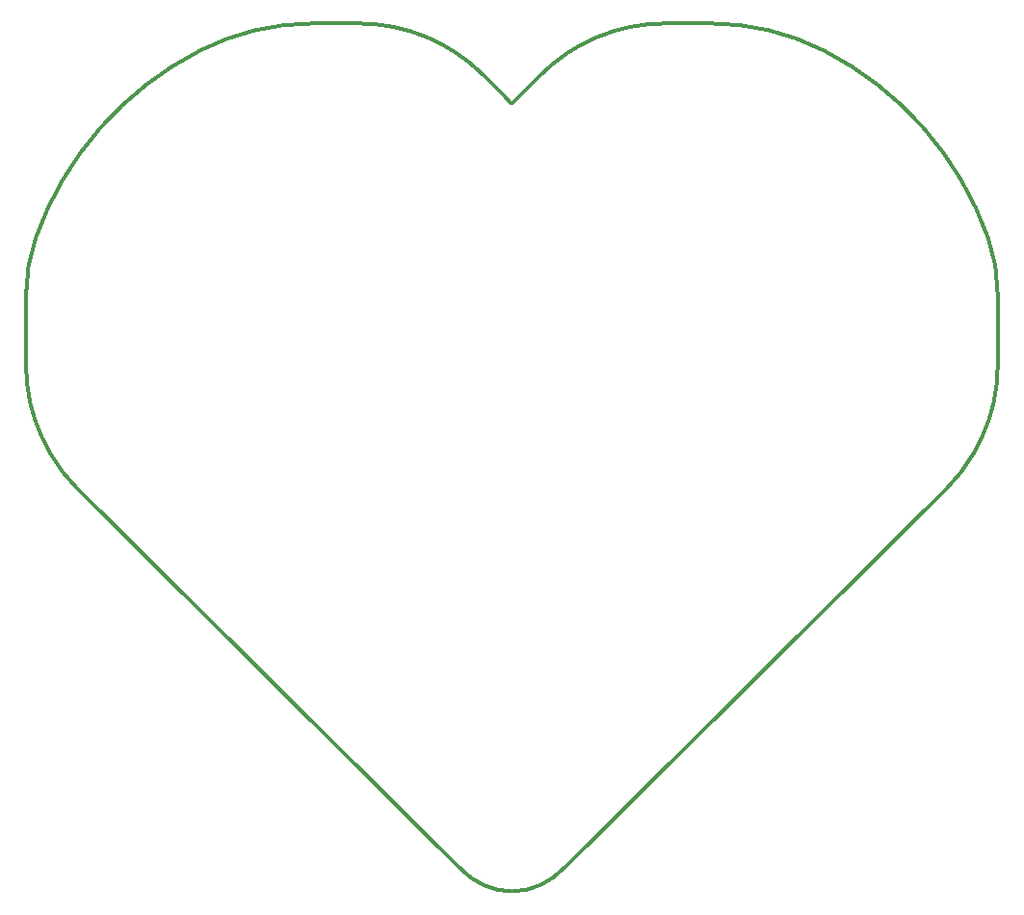
<source format=gko>
G04 Layer_Color=16711935*
%FSLAX44Y44*%
%MOMM*%
G71*
G01*
G75*
%ADD12C,0.3000*%
D12*
X2114237Y1400018D02*
G03*
X2137594Y1369544I123426J70415D01*
G01*
X2137594Y1369544D02*
X2473935Y1035935D01*
X2473935D02*
G03*
X2519998Y1014925I47438J43005D01*
G01*
Y1014925D02*
G03*
X2566065Y1035935I-1371J64015D01*
G01*
X2566065D02*
X2902406Y1369544D01*
X2902406Y1369544D02*
G03*
X2925763Y1400018I-100069J100889D01*
G01*
D02*
G03*
X2933150Y1414322I-167386J95497D01*
G01*
D02*
G03*
X2946996Y1476982I-134886J62664D01*
G01*
X2946999Y1540005D01*
X2946999Y1540005D02*
G03*
X2938498Y1589516I-148382J8D01*
G01*
X2938498Y1589517D02*
G03*
X2794191Y1754166I-278550J-98571D01*
G01*
X2794191Y1754166D02*
G03*
X2695001Y1777999I-99188J-194481D01*
G01*
X2695001Y1778000D02*
X2654698Y1778000D01*
X2654698Y1778000D02*
G03*
X2545105Y1732604I-3J-154981D01*
G01*
X2545105Y1732605D02*
X2527250Y1714750D01*
X2520854Y1708354D01*
X2520000Y1708000D02*
G03*
X2520854Y1708354I0J1207D01*
G01*
X2519146D02*
G03*
X2520000Y1708000I854J854D01*
G01*
X2519146Y1708354D02*
X2512750Y1714750D01*
X2494895Y1732605D01*
X2494895Y1732604D02*
G03*
X2385302Y1778000I-109591J-109585D01*
G01*
X2385302Y1778000D02*
X2344999Y1778000D01*
X2344999Y1777999D02*
G03*
X2245809Y1754166I-3J-218314D01*
G01*
X2245809Y1754166D02*
G03*
X2101502Y1589517I134242J-263221D01*
G01*
X2101502Y1589516D02*
G03*
X2093001Y1540005I139881J-49503D01*
G01*
X2093001Y1540005D02*
X2093005Y1476982D01*
D02*
G03*
X2106850Y1414322I148732J4D01*
G01*
D02*
G03*
X2114237Y1400018I174773J81193D01*
G01*
M02*

</source>
